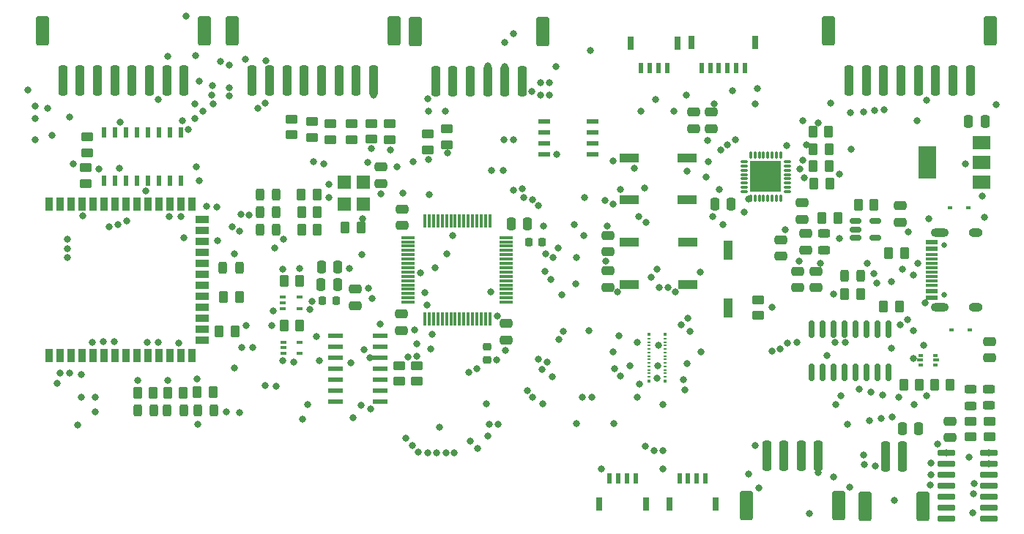
<source format=gbr>
%TF.GenerationSoftware,KiCad,Pcbnew,(6.0.11)*%
%TF.CreationDate,2023-04-06T14:42:31-07:00*%
%TF.ProjectId,EV5 Board Design,45563520-426f-4617-9264-204465736967,rev?*%
%TF.SameCoordinates,Original*%
%TF.FileFunction,Soldermask,Top*%
%TF.FilePolarity,Negative*%
%FSLAX46Y46*%
G04 Gerber Fmt 4.6, Leading zero omitted, Abs format (unit mm)*
G04 Created by KiCad (PCBNEW (6.0.11)) date 2023-04-06 14:42:31*
%MOMM*%
%LPD*%
G01*
G04 APERTURE LIST*
G04 Aperture macros list*
%AMRoundRect*
0 Rectangle with rounded corners*
0 $1 Rounding radius*
0 $2 $3 $4 $5 $6 $7 $8 $9 X,Y pos of 4 corners*
0 Add a 4 corners polygon primitive as box body*
4,1,4,$2,$3,$4,$5,$6,$7,$8,$9,$2,$3,0*
0 Add four circle primitives for the rounded corners*
1,1,$1+$1,$2,$3*
1,1,$1+$1,$4,$5*
1,1,$1+$1,$6,$7*
1,1,$1+$1,$8,$9*
0 Add four rect primitives between the rounded corners*
20,1,$1+$1,$2,$3,$4,$5,0*
20,1,$1+$1,$4,$5,$6,$7,0*
20,1,$1+$1,$6,$7,$8,$9,0*
20,1,$1+$1,$8,$9,$2,$3,0*%
G04 Aperture macros list end*
%ADD10R,0.500000X1.200000*%
%ADD11R,0.800000X1.500000*%
%ADD12RoundRect,0.250000X0.475000X-0.250000X0.475000X0.250000X-0.475000X0.250000X-0.475000X-0.250000X0*%
%ADD13RoundRect,0.250000X-0.450000X0.262500X-0.450000X-0.262500X0.450000X-0.262500X0.450000X0.262500X0*%
%ADD14RoundRect,0.250000X-0.250000X-0.475000X0.250000X-0.475000X0.250000X0.475000X-0.250000X0.475000X0*%
%ADD15R,0.400000X0.200000*%
%ADD16R,0.400000X0.410000*%
%ADD17RoundRect,0.250000X0.262500X0.450000X-0.262500X0.450000X-0.262500X-0.450000X0.262500X-0.450000X0*%
%ADD18RoundRect,0.250000X0.450000X-0.262500X0.450000X0.262500X-0.450000X0.262500X-0.450000X-0.262500X0*%
%ADD19RoundRect,0.250000X-0.262500X-0.450000X0.262500X-0.450000X0.262500X0.450000X-0.262500X0.450000X0*%
%ADD20RoundRect,0.243750X-0.243750X-0.456250X0.243750X-0.456250X0.243750X0.456250X-0.243750X0.456250X0*%
%ADD21RoundRect,0.250000X-0.475000X0.250000X-0.475000X-0.250000X0.475000X-0.250000X0.475000X0.250000X0*%
%ADD22RoundRect,0.243750X0.243750X0.456250X-0.243750X0.456250X-0.243750X-0.456250X0.243750X-0.456250X0*%
%ADD23RoundRect,0.075000X-0.700000X-0.075000X0.700000X-0.075000X0.700000X0.075000X-0.700000X0.075000X0*%
%ADD24RoundRect,0.075000X-0.075000X-0.700000X0.075000X-0.700000X0.075000X0.700000X-0.075000X0.700000X0*%
%ADD25RoundRect,0.243750X-0.456250X0.243750X-0.456250X-0.243750X0.456250X-0.243750X0.456250X0.243750X0*%
%ADD26R,0.500000X0.375000*%
%ADD27R,0.650000X0.300000*%
%ADD28RoundRect,0.218750X0.218750X0.256250X-0.218750X0.256250X-0.218750X-0.256250X0.218750X-0.256250X0*%
%ADD29RoundRect,0.250000X0.250000X1.500000X-0.250000X1.500000X-0.250000X-1.500000X0.250000X-1.500000X0*%
%ADD30RoundRect,0.250001X0.499999X1.449999X-0.499999X1.449999X-0.499999X-1.449999X0.499999X-1.449999X0*%
%ADD31RoundRect,0.150000X-0.512500X-0.150000X0.512500X-0.150000X0.512500X0.150000X-0.512500X0.150000X0*%
%ADD32R,2.160000X1.120000*%
%ADD33RoundRect,0.250000X0.250000X0.475000X-0.250000X0.475000X-0.250000X-0.475000X0.250000X-0.475000X0*%
%ADD34R,1.701800X0.533400*%
%ADD35RoundRect,0.225000X0.225000X0.250000X-0.225000X0.250000X-0.225000X-0.250000X0.225000X-0.250000X0*%
%ADD36R,1.422400X0.533400*%
%ADD37RoundRect,0.007500X0.372500X0.117500X-0.372500X0.117500X-0.372500X-0.117500X0.372500X-0.117500X0*%
%ADD38RoundRect,0.007500X-0.117500X0.372500X-0.117500X-0.372500X0.117500X-0.372500X0.117500X0.372500X0*%
%ADD39R,3.650000X3.650000*%
%ADD40RoundRect,0.250000X-0.250000X-1.500000X0.250000X-1.500000X0.250000X1.500000X-0.250000X1.500000X0*%
%ADD41RoundRect,0.250001X-0.499999X-1.449999X0.499999X-1.449999X0.499999X1.449999X-0.499999X1.449999X0*%
%ADD42R,0.650000X0.400000*%
%ADD43R,1.500000X1.600000*%
%ADD44C,0.650000*%
%ADD45R,1.450000X0.600000*%
%ADD46R,1.450000X0.300000*%
%ADD47O,1.600000X1.000000*%
%ADD48O,2.100000X1.000000*%
%ADD49R,0.600000X1.200000*%
%ADD50RoundRect,0.225000X0.250000X-0.225000X0.250000X0.225000X-0.250000X0.225000X-0.250000X-0.225000X0*%
%ADD51R,0.600000X0.450000*%
%ADD52R,2.000000X1.500000*%
%ADD53R,2.000000X3.800000*%
%ADD54RoundRect,0.090000X0.895000X0.210000X-0.895000X0.210000X-0.895000X-0.210000X0.895000X-0.210000X0*%
%ADD55RoundRect,0.150000X0.150000X-0.825000X0.150000X0.825000X-0.150000X0.825000X-0.150000X-0.825000X0*%
%ADD56R,0.900000X1.500000*%
%ADD57R,1.500000X0.900000*%
%ADD58R,1.120000X2.160000*%
%ADD59C,0.800000*%
G04 APERTURE END LIST*
D10*
%TO.C,J7*%
X173900000Y-110700000D03*
X174900000Y-110700000D03*
X175900000Y-110700000D03*
X176900000Y-110700000D03*
D11*
X172700000Y-113650000D03*
X178100000Y-113650000D03*
%TD*%
D12*
%TO.C,C17*%
X175500000Y-70220000D03*
X175500000Y-68320000D03*
%TD*%
D13*
%TO.C,R9*%
X140430000Y-69647500D03*
X140430000Y-71472500D03*
%TD*%
D14*
%TO.C,C15*%
X177970000Y-78960000D03*
X179870000Y-78960000D03*
%TD*%
D15*
%TO.C,U13*%
X172230000Y-98930000D03*
X170350000Y-98930000D03*
X172230000Y-98530000D03*
X170350000Y-98530000D03*
X172230000Y-98127924D03*
X170350000Y-98127924D03*
X172230000Y-97730000D03*
X170350000Y-97730000D03*
X172230000Y-97330000D03*
X170350000Y-97330000D03*
X172230000Y-96930000D03*
X170350000Y-96930000D03*
X172230000Y-96530000D03*
X170350000Y-96530000D03*
X172230000Y-96130000D03*
X170350000Y-96130000D03*
X172230000Y-95730000D03*
X170350000Y-95730000D03*
X172230000Y-95330000D03*
X170350000Y-95330000D03*
X172230000Y-94930000D03*
X170350000Y-94930000D03*
X172230000Y-94530000D03*
X170350000Y-94530000D03*
D16*
X172230000Y-99435000D03*
X172230000Y-94025000D03*
X170350000Y-99435000D03*
X170350000Y-94025000D03*
%TD*%
D17*
%TO.C,R24*%
X132025000Y-79870000D03*
X130200000Y-79870000D03*
%TD*%
D18*
%TO.C,R40*%
X207540000Y-105892500D03*
X207540000Y-104067500D03*
%TD*%
D19*
%TO.C,R37*%
X194577500Y-79000000D03*
X196402500Y-79000000D03*
%TD*%
%TO.C,R38*%
X203367500Y-99830000D03*
X205192500Y-99830000D03*
%TD*%
D10*
%TO.C,J3*%
X165820000Y-110670000D03*
X166820000Y-110670000D03*
X167820000Y-110670000D03*
X168820000Y-110670000D03*
D11*
X164620000Y-113620000D03*
X170020000Y-113620000D03*
%TD*%
D20*
%TO.C,D7*%
X125412500Y-77880000D03*
X127287500Y-77880000D03*
%TD*%
D13*
%TO.C,R33*%
X133560000Y-69667500D03*
X133560000Y-71492500D03*
%TD*%
D12*
%TO.C,C7*%
X188100000Y-80720000D03*
X188100000Y-78820000D03*
%TD*%
D13*
%TO.C,R7*%
X147030000Y-70247500D03*
X147030000Y-72072500D03*
%TD*%
D21*
%TO.C,C13*%
X153840000Y-92770000D03*
X153840000Y-94670000D03*
%TD*%
D22*
%TO.C,D1*%
X194817500Y-87270000D03*
X192942500Y-87270000D03*
%TD*%
D23*
%TO.C,U1*%
X142550000Y-82810000D03*
X142550000Y-83310000D03*
X142550000Y-83810000D03*
X142550000Y-84310000D03*
X142550000Y-84810000D03*
X142550000Y-85310000D03*
X142550000Y-85810000D03*
X142550000Y-86310000D03*
X142550000Y-86810000D03*
X142550000Y-87310000D03*
X142550000Y-87810000D03*
X142550000Y-88310000D03*
X142550000Y-88810000D03*
X142550000Y-89310000D03*
X142550000Y-89810000D03*
X142550000Y-90310000D03*
D24*
X144475000Y-92235000D03*
X144975000Y-92235000D03*
X145475000Y-92235000D03*
X145975000Y-92235000D03*
X146475000Y-92235000D03*
X146975000Y-92235000D03*
X147475000Y-92235000D03*
X147975000Y-92235000D03*
X148475000Y-92235000D03*
X148975000Y-92235000D03*
X149475000Y-92235000D03*
X149975000Y-92235000D03*
X150475000Y-92235000D03*
X150975000Y-92235000D03*
X151475000Y-92235000D03*
X151975000Y-92235000D03*
D23*
X153900000Y-90310000D03*
X153900000Y-89810000D03*
X153900000Y-89310000D03*
X153900000Y-88810000D03*
X153900000Y-88310000D03*
X153900000Y-87810000D03*
X153900000Y-87310000D03*
X153900000Y-86810000D03*
X153900000Y-86310000D03*
X153900000Y-85810000D03*
X153900000Y-85310000D03*
X153900000Y-84810000D03*
X153900000Y-84310000D03*
X153900000Y-83810000D03*
X153900000Y-83310000D03*
X153900000Y-82810000D03*
D24*
X151975000Y-80885000D03*
X151475000Y-80885000D03*
X150975000Y-80885000D03*
X150475000Y-80885000D03*
X149975000Y-80885000D03*
X149475000Y-80885000D03*
X148975000Y-80885000D03*
X148475000Y-80885000D03*
X147975000Y-80885000D03*
X147475000Y-80885000D03*
X146975000Y-80885000D03*
X146475000Y-80885000D03*
X145975000Y-80885000D03*
X145475000Y-80885000D03*
X144975000Y-80885000D03*
X144475000Y-80885000D03*
%TD*%
D18*
%TO.C,R15*%
X141478000Y-99464500D03*
X141478000Y-97639500D03*
%TD*%
D25*
%TO.C,D13*%
X209690000Y-100392500D03*
X209690000Y-102267500D03*
%TD*%
D12*
%TO.C,C10*%
X136460000Y-90680000D03*
X136460000Y-88780000D03*
%TD*%
D26*
%TO.C,U4*%
X201770000Y-96462500D03*
D27*
X201695000Y-97000000D03*
D26*
X201770000Y-97537500D03*
X203470000Y-97537500D03*
D27*
X203545000Y-97000000D03*
D26*
X203470000Y-96462500D03*
%TD*%
D13*
%TO.C,R35*%
X129030000Y-69097500D03*
X129030000Y-70922500D03*
%TD*%
D28*
%TO.C,120R1*%
X134187500Y-90140000D03*
X132612500Y-90140000D03*
%TD*%
D12*
%TO.C,C4*%
X139350000Y-76540000D03*
X139350000Y-74640000D03*
%TD*%
D19*
%TO.C,R20*%
X121197500Y-89710000D03*
X123022500Y-89710000D03*
%TD*%
D29*
%TO.C,J6*%
X116620000Y-64650000D03*
X114620000Y-64650000D03*
X112620000Y-64650000D03*
X110620000Y-64650000D03*
X108620000Y-64650000D03*
X106620000Y-64650000D03*
X104620000Y-64650000D03*
X102620000Y-64650000D03*
D30*
X118970000Y-58900000D03*
X100270000Y-58900000D03*
%TD*%
D14*
%TO.C,C2*%
X207320000Y-69340000D03*
X209220000Y-69340000D03*
%TD*%
D19*
%TO.C,R19*%
X118147500Y-100720000D03*
X119972500Y-100720000D03*
%TD*%
D13*
%TO.C,R8*%
X144820000Y-70847500D03*
X144820000Y-72672500D03*
%TD*%
D18*
%TO.C,R41*%
X143510000Y-99464500D03*
X143510000Y-97639500D03*
%TD*%
D31*
%TO.C,U12*%
X194232500Y-80930000D03*
X194232500Y-81880000D03*
X194232500Y-82830000D03*
X196507500Y-82830000D03*
X196507500Y-80930000D03*
%TD*%
D25*
%TO.C,D12*%
X207530000Y-100410000D03*
X207530000Y-102285000D03*
%TD*%
D32*
%TO.C,SW10*%
X168075000Y-78460000D03*
X174805000Y-78460000D03*
%TD*%
D20*
%TO.C,D4*%
X121132500Y-86310000D03*
X123007500Y-86310000D03*
%TD*%
D12*
%TO.C,C18*%
X177550000Y-70200000D03*
X177550000Y-68300000D03*
%TD*%
D18*
%TO.C,R22*%
X209710000Y-105882500D03*
X209710000Y-104057500D03*
%TD*%
D14*
%TO.C,C12*%
X154440000Y-81240000D03*
X156340000Y-81240000D03*
%TD*%
D12*
%TO.C,C3*%
X189680000Y-88600000D03*
X189680000Y-86700000D03*
%TD*%
D29*
%TO.C,J11*%
X155720000Y-64690000D03*
X153720000Y-64690000D03*
X151720000Y-64690000D03*
X149720000Y-64690000D03*
X147720000Y-64690000D03*
X145720000Y-64690000D03*
D30*
X143370000Y-58940000D03*
X158070000Y-58940000D03*
%TD*%
D29*
%TO.C,J4*%
X207500000Y-64610000D03*
X205500000Y-64610000D03*
X203500000Y-64610000D03*
X201500000Y-64610000D03*
X199500000Y-64610000D03*
X197500000Y-64610000D03*
X195500000Y-64610000D03*
X193500000Y-64610000D03*
D30*
X209850000Y-58860000D03*
X191150000Y-58860000D03*
%TD*%
D33*
%TO.C,C8*%
X134400000Y-86200000D03*
X132500000Y-86200000D03*
%TD*%
D32*
%TO.C,SW6*%
X168105000Y-88270000D03*
X174835000Y-88270000D03*
%TD*%
D12*
%TO.C,C11*%
X141855000Y-81430000D03*
X141855000Y-79530000D03*
%TD*%
D18*
%TO.C,R21*%
X105440000Y-72982500D03*
X105440000Y-71157500D03*
%TD*%
D12*
%TO.C,C6*%
X187590000Y-88620000D03*
X187590000Y-86720000D03*
%TD*%
D10*
%TO.C,J2*%
X181450000Y-63220000D03*
X180450000Y-63220000D03*
X179450000Y-63220000D03*
X178450000Y-63220000D03*
X177450000Y-63220000D03*
X176450000Y-63220000D03*
D11*
X182650000Y-60270000D03*
X175250000Y-60270000D03*
%TD*%
D12*
%TO.C,C24*%
X165608000Y-84450000D03*
X165608000Y-82550000D03*
%TD*%
D10*
%TO.C,J5*%
X172460000Y-63240000D03*
X171460000Y-63240000D03*
X170460000Y-63240000D03*
X169460000Y-63240000D03*
D11*
X173660000Y-60290000D03*
X168260000Y-60290000D03*
%TD*%
D12*
%TO.C,C23*%
X205210000Y-105960000D03*
X205210000Y-104060000D03*
%TD*%
D29*
%TO.C,J10*%
X138520000Y-64610000D03*
X136520000Y-64610000D03*
X134520000Y-64610000D03*
X132520000Y-64610000D03*
X130520000Y-64610000D03*
X128520000Y-64610000D03*
X126520000Y-64610000D03*
X124520000Y-64610000D03*
D30*
X140870000Y-58860000D03*
X122170000Y-58860000D03*
%TD*%
D17*
%TO.C,R32*%
X122502500Y-93670000D03*
X120677500Y-93670000D03*
%TD*%
D18*
%TO.C,R6*%
X105300000Y-76552500D03*
X105300000Y-74727500D03*
%TD*%
D17*
%TO.C,R25*%
X132042500Y-81890000D03*
X130217500Y-81890000D03*
%TD*%
D34*
%TO.C,U8*%
X134119200Y-94220000D03*
X134119200Y-95490000D03*
X134119200Y-96760000D03*
X134119200Y-98030000D03*
X134119200Y-99300000D03*
X134119200Y-100570000D03*
X134119200Y-101840000D03*
X139300800Y-101840000D03*
X139300800Y-100570000D03*
X139300800Y-99300000D03*
X139300800Y-98030000D03*
X139300800Y-96760000D03*
X139300800Y-95490000D03*
X139300800Y-94220000D03*
%TD*%
D19*
%TO.C,R31*%
X189417500Y-76600000D03*
X191242500Y-76600000D03*
%TD*%
D17*
%TO.C,R36*%
X192192500Y-80580000D03*
X190367500Y-80580000D03*
%TD*%
D19*
%TO.C,R12*%
X197467500Y-90840000D03*
X199292500Y-90840000D03*
%TD*%
%TO.C,R18*%
X114707500Y-100760000D03*
X116532500Y-100760000D03*
%TD*%
%TO.C,R29*%
X189337500Y-74560000D03*
X191162500Y-74560000D03*
%TD*%
D35*
%TO.C,C22*%
X158005000Y-83330000D03*
X156455000Y-83330000D03*
%TD*%
D20*
%TO.C,D6*%
X118192500Y-102810000D03*
X120067500Y-102810000D03*
%TD*%
D36*
%TO.C,CR1*%
X163854000Y-73205000D03*
X163854000Y-71935000D03*
X163854000Y-70665000D03*
X163854000Y-69395000D03*
X158266000Y-69395000D03*
X158266000Y-70665000D03*
X158266000Y-71935000D03*
X158266000Y-73205000D03*
%TD*%
D13*
%TO.C,R30*%
X135970000Y-69647500D03*
X135970000Y-71472500D03*
%TD*%
D37*
%TO.C,U14*%
X186342500Y-77520000D03*
X186342500Y-77020000D03*
X186342500Y-76520000D03*
X186342500Y-76020000D03*
X186342500Y-75520000D03*
X186342500Y-75020000D03*
X186342500Y-74520000D03*
X186342500Y-74020000D03*
D38*
X185617500Y-73295000D03*
X185117500Y-73295000D03*
X184617500Y-73295000D03*
X184117500Y-73295000D03*
X183617500Y-73295000D03*
X183117500Y-73295000D03*
X182617500Y-73295000D03*
X182117500Y-73295000D03*
D37*
X181392500Y-74020000D03*
X181392500Y-74520000D03*
X181392500Y-75020000D03*
X181392500Y-75520000D03*
X181392500Y-76020000D03*
X181392500Y-76520000D03*
X181392500Y-77020000D03*
X181392500Y-77520000D03*
D38*
X182117500Y-78245000D03*
X182617500Y-78245000D03*
X183117500Y-78245000D03*
X183617500Y-78245000D03*
X184117500Y-78245000D03*
X184617500Y-78245000D03*
X185117500Y-78245000D03*
X185617500Y-78245000D03*
D39*
X183867500Y-75770000D03*
%TD*%
D25*
%TO.C,D11*%
X190590000Y-82372500D03*
X190590000Y-84247500D03*
%TD*%
D19*
%TO.C,R28*%
X189347500Y-72560000D03*
X191172500Y-72560000D03*
%TD*%
D21*
%TO.C,C16*%
X185590000Y-83090000D03*
X185590000Y-84990000D03*
%TD*%
D40*
%TO.C,J8*%
X183970000Y-108040000D03*
X185970000Y-108040000D03*
X187970000Y-108040000D03*
X189970000Y-108040000D03*
D41*
X192320000Y-113790000D03*
X181620000Y-113790000D03*
%TD*%
D19*
%TO.C,R39*%
X199827500Y-99860000D03*
X201652500Y-99860000D03*
%TD*%
D12*
%TO.C,C1*%
X188520000Y-84260000D03*
X188520000Y-82360000D03*
%TD*%
D13*
%TO.C,R5*%
X183000000Y-90027500D03*
X183000000Y-91852500D03*
%TD*%
D33*
%TO.C,C19*%
X201570000Y-104910000D03*
X199670000Y-104910000D03*
%TD*%
D19*
%TO.C,R1*%
X192997500Y-89330000D03*
X194822500Y-89330000D03*
%TD*%
D21*
%TO.C,C14*%
X141765000Y-91690000D03*
X141765000Y-93590000D03*
%TD*%
D33*
%TO.C,C9*%
X134350000Y-88240000D03*
X132450000Y-88240000D03*
%TD*%
D42*
%TO.C,U3*%
X128120000Y-94930000D03*
X128120000Y-95580000D03*
X128120000Y-96230000D03*
X130020000Y-96230000D03*
X130020000Y-94930000D03*
%TD*%
D12*
%TO.C,C25*%
X165608000Y-88580000D03*
X165608000Y-86680000D03*
%TD*%
D20*
%TO.C,D3*%
X111232500Y-102820000D03*
X113107500Y-102820000D03*
%TD*%
D43*
%TO.C,X1*%
X135130000Y-76410000D03*
X135130000Y-78950000D03*
X137330000Y-78950000D03*
X137330000Y-76410000D03*
%TD*%
D21*
%TO.C,C20*%
X199400000Y-79150000D03*
X199400000Y-81050000D03*
%TD*%
D44*
%TO.C,J9*%
X204490000Y-89460000D03*
X204490000Y-83680000D03*
D45*
X203045000Y-89820000D03*
X203045000Y-89020000D03*
D46*
X203045000Y-87820000D03*
X203045000Y-86820000D03*
X203045000Y-86320000D03*
X203045000Y-85320000D03*
D45*
X203045000Y-84120000D03*
X203045000Y-83320000D03*
X203045000Y-83320000D03*
X203045000Y-84120000D03*
D46*
X203045000Y-84820000D03*
X203045000Y-85820000D03*
X203045000Y-87320000D03*
X203045000Y-88320000D03*
D45*
X203045000Y-89020000D03*
X203045000Y-89820000D03*
D47*
X208140000Y-90890000D03*
D48*
X203960000Y-82250000D03*
D47*
X208140000Y-82250000D03*
D48*
X203960000Y-90890000D03*
%TD*%
D49*
%TO.C,U16*%
X116255000Y-70610000D03*
X114985000Y-70610000D03*
X113715000Y-70610000D03*
X112445000Y-70610000D03*
X111175000Y-70610000D03*
X109905000Y-70610000D03*
X108635000Y-70610000D03*
X107365000Y-70610000D03*
X107365000Y-76210000D03*
X108635000Y-76210000D03*
X109905000Y-76210000D03*
X111175000Y-76210000D03*
X112445000Y-76210000D03*
X113715000Y-76210000D03*
X114985000Y-76210000D03*
X116255000Y-76210000D03*
%TD*%
D19*
%TO.C,R11*%
X198097500Y-84580000D03*
X199922500Y-84580000D03*
%TD*%
D21*
%TO.C,C5*%
X209730000Y-94830000D03*
X209730000Y-96730000D03*
%TD*%
D17*
%TO.C,R23*%
X132010000Y-77880000D03*
X130185000Y-77880000D03*
%TD*%
D19*
%TO.C,R27*%
X189307500Y-70550000D03*
X191132500Y-70550000D03*
%TD*%
D50*
%TO.C,C21*%
X151620000Y-97025000D03*
X151620000Y-95475000D03*
%TD*%
D51*
%TO.C,D2*%
X207450000Y-93550000D03*
X205350000Y-93550000D03*
%TD*%
D19*
%TO.C,R17*%
X111237500Y-100790000D03*
X113062500Y-100790000D03*
%TD*%
D51*
%TO.C,D10*%
X207250000Y-79340000D03*
X205150000Y-79340000D03*
%TD*%
D19*
%TO.C,R3*%
X128187500Y-92990000D03*
X130012500Y-92990000D03*
%TD*%
D20*
%TO.C,D8*%
X125412500Y-79880000D03*
X127287500Y-79880000D03*
%TD*%
%TO.C,D9*%
X125422500Y-81870000D03*
X127297500Y-81870000D03*
%TD*%
D13*
%TO.C,R10*%
X138280000Y-69627500D03*
X138280000Y-71452500D03*
%TD*%
D42*
%TO.C,U9*%
X128070000Y-89720000D03*
X128070000Y-90370000D03*
X128070000Y-91020000D03*
X129970000Y-91020000D03*
X129970000Y-89720000D03*
%TD*%
D19*
%TO.C,R26*%
X135257500Y-81630000D03*
X137082500Y-81630000D03*
%TD*%
D40*
%TO.C,J1*%
X197690000Y-108170000D03*
X199690000Y-108170000D03*
D41*
X202040000Y-113920000D03*
X195340000Y-113920000D03*
%TD*%
D52*
%TO.C,U2*%
X208830000Y-76450000D03*
X208830000Y-74150000D03*
D53*
X202530000Y-74150000D03*
D52*
X208830000Y-71850000D03*
%TD*%
D54*
%TO.C,U15*%
X209655000Y-115360000D03*
X209655000Y-114090000D03*
X209655000Y-112820000D03*
X209655000Y-111550000D03*
X209655000Y-110280000D03*
X209655000Y-109010000D03*
X209655000Y-107740000D03*
X204705000Y-107740000D03*
X204705000Y-109010000D03*
X204705000Y-110280000D03*
X204705000Y-111550000D03*
X204705000Y-112820000D03*
X204705000Y-114090000D03*
X204705000Y-115360000D03*
%TD*%
D32*
%TO.C,SW3*%
X174845000Y-83370000D03*
X168115000Y-83370000D03*
%TD*%
D19*
%TO.C,R4*%
X128177500Y-87880000D03*
X130002500Y-87880000D03*
%TD*%
D55*
%TO.C,U10*%
X189165000Y-98385000D03*
X190435000Y-98385000D03*
X191705000Y-98385000D03*
X192975000Y-98385000D03*
X194245000Y-98385000D03*
X195515000Y-98385000D03*
X196785000Y-98385000D03*
X198055000Y-98385000D03*
X198055000Y-93435000D03*
X196785000Y-93435000D03*
X195515000Y-93435000D03*
X194245000Y-93435000D03*
X192975000Y-93435000D03*
X191705000Y-93435000D03*
X190435000Y-93435000D03*
X189165000Y-93435000D03*
%TD*%
D32*
%TO.C,SW9*%
X168075000Y-73580000D03*
X174805000Y-73580000D03*
%TD*%
D13*
%TO.C,R34*%
X131410000Y-69387500D03*
X131410000Y-71212500D03*
%TD*%
D56*
%TO.C,U11*%
X101005000Y-78960000D03*
X102275000Y-78960000D03*
X103545000Y-78960000D03*
X104815000Y-78960000D03*
X106085000Y-78960000D03*
X107355000Y-78960000D03*
X108625000Y-78960000D03*
X109895000Y-78960000D03*
X111165000Y-78960000D03*
X112435000Y-78960000D03*
X113705000Y-78960000D03*
X114975000Y-78960000D03*
X116245000Y-78960000D03*
X117515000Y-78960000D03*
D57*
X118765000Y-80725000D03*
X118765000Y-81995000D03*
X118765000Y-83265000D03*
X118765000Y-84535000D03*
X118765000Y-85805000D03*
X118765000Y-87075000D03*
X118765000Y-88345000D03*
X118765000Y-89615000D03*
X118765000Y-90885000D03*
X118765000Y-92155000D03*
X118765000Y-93425000D03*
X118765000Y-94695000D03*
D56*
X117515000Y-96460000D03*
X116245000Y-96460000D03*
X114975000Y-96460000D03*
X113705000Y-96460000D03*
X112435000Y-96460000D03*
X111165000Y-96460000D03*
X109895000Y-96460000D03*
X108625000Y-96460000D03*
X107355000Y-96460000D03*
X106085000Y-96460000D03*
X104815000Y-96460000D03*
X103545000Y-96460000D03*
X102275000Y-96460000D03*
X101005000Y-96460000D03*
%TD*%
D58*
%TO.C,SW5*%
X179530000Y-84255000D03*
X179530000Y-90985000D03*
%TD*%
D20*
%TO.C,D5*%
X114702500Y-102820000D03*
X116577500Y-102820000D03*
%TD*%
D59*
X118770000Y-68210000D03*
X169910000Y-106980000D03*
X149680000Y-106349500D03*
X150538093Y-107257027D03*
X170960498Y-107439963D03*
X145170000Y-95700000D03*
X143570000Y-95110000D03*
X171960000Y-107440500D03*
X171950000Y-109639500D03*
X164850000Y-109639500D03*
X180000000Y-65840500D03*
X182880000Y-65560500D03*
X182620000Y-106900000D03*
X163790000Y-101300000D03*
X162700000Y-101320500D03*
X116400000Y-69310000D03*
X109232701Y-69459500D03*
X117960000Y-61730000D03*
X114730000Y-61810000D03*
X116870000Y-57150000D03*
X113620000Y-66870000D03*
X100825500Y-67820000D03*
X103440000Y-68890000D03*
X101336607Y-71001774D03*
X186080000Y-81940000D03*
X193650000Y-68389500D03*
X177169274Y-71580161D03*
X137170308Y-84769692D03*
X181410000Y-79850000D03*
X135715378Y-86424622D03*
X178682215Y-72717835D03*
X206989500Y-74250000D03*
X139370000Y-77750000D03*
X193294000Y-104394000D03*
X188295643Y-75885713D03*
X202530000Y-74150000D03*
X138340000Y-89900000D03*
X163400000Y-93610000D03*
X198370000Y-95640000D03*
X173220000Y-68210000D03*
X146850000Y-68210000D03*
X144910000Y-68210000D03*
X152866945Y-91919406D03*
X169410000Y-68210000D03*
X193540000Y-111740000D03*
X103390878Y-98489622D03*
X198370000Y-87910000D03*
X171290000Y-99140000D03*
X191962000Y-102170000D03*
X138570000Y-66329500D03*
X187787750Y-74847750D03*
X152110000Y-89080000D03*
X143080000Y-74030000D03*
X151574349Y-102020500D03*
X166710000Y-89120500D03*
X171406188Y-97669500D03*
X131420000Y-90170000D03*
X158120000Y-102020500D03*
X139340000Y-92800000D03*
X187720000Y-85560000D03*
X130910000Y-102170000D03*
X172000000Y-102170000D03*
X159700936Y-73170936D03*
X184560000Y-90910000D03*
X130000000Y-86410000D03*
X190190500Y-85800000D03*
X202250000Y-90350000D03*
X144495000Y-89225000D03*
X128040000Y-97028000D03*
X199270000Y-101290000D03*
X202940000Y-110280000D03*
X152740500Y-96954597D03*
X191690000Y-110520000D03*
X125422500Y-81870000D03*
X141260000Y-74650000D03*
X189971188Y-109981188D03*
X199660000Y-86500000D03*
X200902000Y-96838000D03*
X123830500Y-92981749D03*
X162910000Y-78170500D03*
X191700000Y-89330000D03*
X200310500Y-82190000D03*
X144970000Y-77810000D03*
X138113500Y-96740854D03*
X122480000Y-84740000D03*
X174805000Y-75105000D03*
X118192500Y-104412500D03*
X122428000Y-97879500D03*
X177191985Y-74021778D03*
X144700000Y-90630000D03*
X123320000Y-95570000D03*
X186315583Y-72195583D03*
X199390000Y-92910000D03*
X133390000Y-76690000D03*
X208880000Y-78030000D03*
X204705000Y-107740000D03*
X201060000Y-102130000D03*
X209655000Y-109010000D03*
X209655000Y-107740000D03*
X137940378Y-88649622D03*
X121510000Y-103020000D03*
X176280000Y-86805000D03*
X159580000Y-62999500D03*
X198481583Y-103569500D03*
X202750000Y-80650000D03*
X137880000Y-74130000D03*
X151892000Y-104394000D03*
X180340000Y-71520000D03*
X153814735Y-95884735D03*
X158170000Y-81510000D03*
X163630000Y-61200500D03*
X200940000Y-93590000D03*
X197467500Y-90840000D03*
X151779163Y-105793500D03*
X208000000Y-111280000D03*
X125422500Y-77890000D03*
X182660000Y-67360500D03*
X209180000Y-80510000D03*
X175090000Y-93690000D03*
X143250000Y-93540000D03*
X104310000Y-104499500D03*
X177900000Y-67310000D03*
X102290000Y-98480000D03*
X141920000Y-77710000D03*
X201380000Y-69329500D03*
X202480000Y-66950000D03*
X197420000Y-101040000D03*
X192410000Y-82890000D03*
X153591273Y-71537170D03*
X147040000Y-84740000D03*
X147050000Y-73040500D03*
X152150000Y-75069500D03*
X153510000Y-75069500D03*
X147674500Y-82620000D03*
X154700000Y-71540000D03*
X144860000Y-73800000D03*
X202150000Y-95330000D03*
X201410000Y-85810000D03*
X200300000Y-92330000D03*
X200947464Y-87176839D03*
X145849043Y-107771711D03*
X121840000Y-62848500D03*
X120860000Y-62400000D03*
X146890497Y-107719500D03*
X140460000Y-72650000D03*
X124170000Y-80200000D03*
X127310000Y-99990000D03*
X156350000Y-100520000D03*
X123067465Y-82082535D03*
X132770915Y-74317132D03*
X131620000Y-74069500D03*
X122196414Y-81592355D03*
X138290000Y-72540500D03*
X126000000Y-99920000D03*
X123175266Y-80102502D03*
X156950000Y-101320500D03*
X174823097Y-92166903D03*
X157810000Y-64920000D03*
X157800000Y-66329500D03*
X171160000Y-66870000D03*
X126100000Y-62390000D03*
X112240000Y-77430000D03*
X170650000Y-87420000D03*
X126020162Y-67240000D03*
X119230000Y-79240000D03*
X103170500Y-84080628D03*
X108965628Y-81304500D03*
X195220000Y-108030000D03*
X174700000Y-66329500D03*
X117104483Y-70311384D03*
X171284910Y-86502481D03*
X125180000Y-67890000D03*
X174090000Y-92940000D03*
X123749550Y-62190000D03*
X158890000Y-66329500D03*
X158820000Y-64890000D03*
X107932375Y-81547625D03*
X120420000Y-79260000D03*
X103170500Y-83030000D03*
X195250000Y-109110000D03*
X161919500Y-88138000D03*
X165579315Y-81471500D03*
X162838500Y-82550000D03*
X159004000Y-87630000D03*
X142480000Y-96639500D03*
X130350000Y-103799500D03*
X138176000Y-102669500D03*
X106350000Y-103019500D03*
X145660000Y-86320000D03*
X104755000Y-101320500D03*
X145350500Y-93980000D03*
X106350000Y-101290000D03*
X106060000Y-94980000D03*
X111252000Y-99332000D03*
X107330000Y-94860000D03*
X114740000Y-99360000D03*
X108580000Y-94890000D03*
X118147500Y-99217500D03*
X190980000Y-96470000D03*
X207920000Y-112450000D03*
X207390000Y-108280000D03*
X203770688Y-106700688D03*
X192530000Y-101110000D03*
X196555628Y-109274872D03*
X132025000Y-79870000D03*
X143924500Y-86871585D03*
X154706143Y-77349758D03*
X133337535Y-78192465D03*
X166250000Y-73979500D03*
X137250000Y-80630000D03*
X169900000Y-77060000D03*
X188135147Y-73864261D03*
X156902566Y-78441000D03*
X189933946Y-69519500D03*
X188569500Y-72059500D03*
X193749500Y-72560000D03*
X191376716Y-67243284D03*
X142291793Y-106030000D03*
X188120000Y-69260500D03*
X155695174Y-77205457D03*
X192360500Y-75510000D03*
X155914929Y-78180500D03*
X124530000Y-95560000D03*
X123080000Y-103100000D03*
X202440000Y-101160000D03*
X127076382Y-84003618D03*
X168710000Y-74830000D03*
X160292310Y-89452253D03*
X167100000Y-77220000D03*
X159835839Y-84040404D03*
X161990000Y-104369500D03*
X152891503Y-104394000D03*
X113650000Y-94980000D03*
X129339007Y-97279007D03*
X126924122Y-91315122D03*
X112400000Y-94990000D03*
X99426000Y-69050000D03*
X143016293Y-106925500D03*
X99420500Y-71490000D03*
X143741209Y-107677719D03*
X144824445Y-107771711D03*
X99426000Y-67600000D03*
X98576000Y-65720000D03*
X147890000Y-107719500D03*
X166320000Y-104369500D03*
X166397000Y-98020000D03*
X169310000Y-99770000D03*
X146120000Y-104769500D03*
X181890000Y-110170000D03*
X183050000Y-111773000D03*
X149550000Y-98430000D03*
X166190000Y-78975934D03*
X150480000Y-98020000D03*
X165270000Y-78540000D03*
X168979000Y-101261000D03*
X159190000Y-98920000D03*
X167060000Y-98820000D03*
X157999521Y-98087132D03*
X176345000Y-96035000D03*
X157618395Y-96888698D03*
X174780000Y-97370000D03*
X158574396Y-97269500D03*
X172589503Y-88583500D03*
X159950000Y-94620000D03*
X160482923Y-93708674D03*
X171590000Y-88583500D03*
X159320520Y-85119623D03*
X158417279Y-84691651D03*
X157620000Y-79140500D03*
X103840000Y-74300000D03*
X184570000Y-95980000D03*
X174310000Y-99310000D03*
X174521188Y-100458812D03*
X185541515Y-95745128D03*
X166860000Y-94230000D03*
X169030000Y-94960000D03*
X171430000Y-95320000D03*
X161707914Y-81342843D03*
X166245582Y-96023217D03*
X186396419Y-95016419D03*
X187510000Y-94990000D03*
X168200000Y-97669500D03*
X143516696Y-96519500D03*
X158325500Y-86711123D03*
X173432493Y-89120500D03*
X165360000Y-85549500D03*
X161988500Y-85090000D03*
X120469500Y-83170000D03*
X118720000Y-83225000D03*
X178541386Y-77288614D03*
X177000500Y-75778614D03*
X181870000Y-78330000D03*
X179424850Y-72048883D03*
X197560000Y-67989500D03*
X196739500Y-88070000D03*
X196339500Y-87030000D03*
X196410000Y-68080000D03*
X195200000Y-68310000D03*
X195610000Y-85810000D03*
X126800000Y-93010000D03*
X116042535Y-95037465D03*
X128070000Y-86460000D03*
X128135027Y-83010912D03*
X131908233Y-94243142D03*
X131150000Y-91150000D03*
X207820000Y-114660500D03*
X103170500Y-85130000D03*
X109140000Y-74830000D03*
X188940000Y-114790000D03*
X198740000Y-113220000D03*
X109965131Y-80904500D03*
X116260000Y-80390000D03*
X120000000Y-67310000D03*
X121859500Y-66450000D03*
X118400000Y-76240000D03*
X119854653Y-66321122D03*
X121859500Y-65450497D03*
X114940000Y-80370000D03*
X118050500Y-74645976D03*
X106820000Y-74900000D03*
X104914622Y-80285378D03*
X153670000Y-60198000D03*
X153670000Y-62992000D03*
X151720000Y-62949500D03*
X154686000Y-59182000D03*
X202950000Y-108900000D03*
X197230000Y-103740000D03*
X169150000Y-80380000D03*
X193100000Y-94940500D03*
X196040000Y-100670000D03*
X177749500Y-80349500D03*
X195890000Y-104050000D03*
X178883221Y-81349000D03*
X191900500Y-94940500D03*
X137064927Y-102269500D03*
X194680000Y-100380000D03*
X170027459Y-81099500D03*
X136144000Y-103632000D03*
X202900000Y-111460000D03*
X137414000Y-95758000D03*
X116586000Y-82804000D03*
X117856000Y-69059500D03*
X156859574Y-65948767D03*
X135890000Y-97282000D03*
X117856000Y-67310000D03*
X119952016Y-65234516D03*
X132268800Y-97028000D03*
X104790378Y-98659622D03*
X144839500Y-66720369D03*
X118425128Y-64735628D03*
X101990500Y-99720000D03*
X210530000Y-67470000D03*
M02*

</source>
